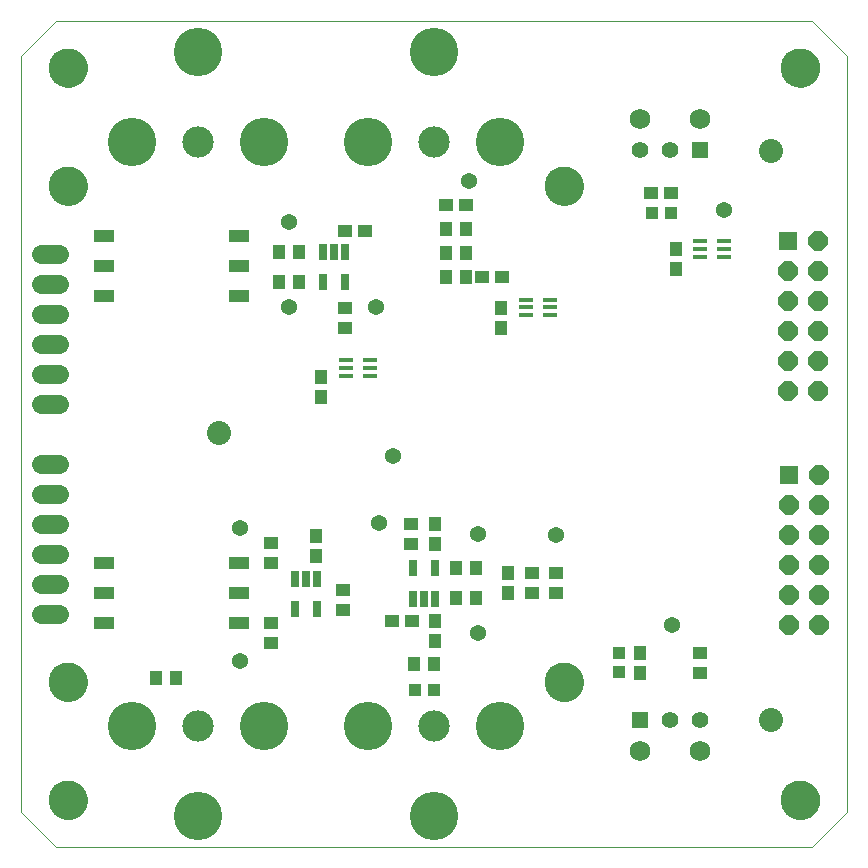
<source format=gts>
G75*
%MOIN*%
%OFA0B0*%
%FSLAX25Y25*%
%IPPOS*%
%LPD*%
%AMOC8*
5,1,8,0,0,1.08239X$1,22.5*
%
%ADD10R,0.04337X0.04731*%
%ADD11R,0.04731X0.04337*%
%ADD12R,0.03943X0.03943*%
%ADD13OC8,0.06400*%
%ADD14R,0.06400X0.06400*%
%ADD15C,0.00000*%
%ADD16C,0.12998*%
%ADD17C,0.06400*%
%ADD18C,0.05550*%
%ADD19R,0.05550X0.05550*%
%ADD20C,0.06896*%
%ADD21C,0.10439*%
%ADD22C,0.16148*%
%ADD23R,0.06699X0.04337*%
%ADD24C,0.05400*%
%ADD25R,0.05000X0.01800*%
%ADD26R,0.02600X0.05400*%
%ADD27C,0.08000*%
D10*
X0061454Y0074200D03*
X0068146Y0074200D03*
X0114800Y0114854D03*
X0114800Y0121546D03*
X0154300Y0118854D03*
X0154300Y0125546D03*
X0161454Y0110700D03*
X0168146Y0110700D03*
X0168146Y0100700D03*
X0161454Y0100700D03*
X0154300Y0093046D03*
X0154300Y0086354D03*
X0154146Y0078700D03*
X0147454Y0078700D03*
X0178800Y0102354D03*
X0178800Y0109046D03*
X0222800Y0082546D03*
X0222800Y0075854D03*
X0116300Y0167854D03*
X0116300Y0174546D03*
X0109146Y0206200D03*
X0102454Y0206200D03*
X0102454Y0216300D03*
X0109146Y0216300D03*
X0157954Y0215700D03*
X0164646Y0215700D03*
X0164646Y0223700D03*
X0157954Y0223700D03*
X0157954Y0207700D03*
X0164646Y0207700D03*
X0176300Y0197546D03*
X0176300Y0190854D03*
X0234800Y0210354D03*
X0234800Y0217046D03*
D11*
X0233146Y0235700D03*
X0226454Y0235700D03*
X0176646Y0207700D03*
X0169954Y0207700D03*
X0164646Y0231700D03*
X0157954Y0231700D03*
X0131146Y0223200D03*
X0124454Y0223200D03*
X0124500Y0197546D03*
X0124500Y0190854D03*
X0146300Y0125546D03*
X0146300Y0118854D03*
X0123800Y0103546D03*
X0123800Y0096854D03*
X0139954Y0093200D03*
X0146646Y0093200D03*
X0186800Y0102354D03*
X0194800Y0102354D03*
X0194800Y0109046D03*
X0186800Y0109046D03*
X0242800Y0082546D03*
X0242800Y0075854D03*
X0099800Y0085854D03*
X0099800Y0092546D03*
X0099800Y0112354D03*
X0099800Y0119046D03*
D12*
X0147650Y0070200D03*
X0153950Y0070200D03*
X0215800Y0076050D03*
X0215800Y0082350D03*
X0226650Y0229200D03*
X0232950Y0229200D03*
D13*
X0272100Y0209865D03*
X0272100Y0199865D03*
X0272100Y0189865D03*
X0282100Y0189865D03*
X0282100Y0199865D03*
X0282100Y0209865D03*
X0282100Y0219865D03*
X0282100Y0179865D03*
X0282100Y0169865D03*
X0272100Y0169865D03*
X0272100Y0179865D03*
X0282500Y0141700D03*
X0282500Y0131700D03*
X0282500Y0121700D03*
X0272500Y0121700D03*
X0272500Y0131700D03*
X0272500Y0111700D03*
X0272500Y0101700D03*
X0272500Y0091700D03*
X0282500Y0091700D03*
X0282500Y0101700D03*
X0282500Y0111700D03*
D14*
X0272500Y0141700D03*
X0272100Y0219865D03*
D15*
X0028111Y0017700D02*
X0016300Y0029511D01*
X0016300Y0281480D01*
X0028111Y0293291D01*
X0280080Y0293291D01*
X0291891Y0281480D01*
X0291891Y0029511D01*
X0280080Y0017700D01*
X0028111Y0017700D01*
X0025749Y0033448D02*
X0025751Y0033606D01*
X0025757Y0033764D01*
X0025767Y0033922D01*
X0025781Y0034080D01*
X0025799Y0034237D01*
X0025820Y0034394D01*
X0025846Y0034550D01*
X0025876Y0034706D01*
X0025909Y0034861D01*
X0025947Y0035014D01*
X0025988Y0035167D01*
X0026033Y0035319D01*
X0026082Y0035470D01*
X0026135Y0035619D01*
X0026191Y0035767D01*
X0026251Y0035913D01*
X0026315Y0036058D01*
X0026383Y0036201D01*
X0026454Y0036343D01*
X0026528Y0036483D01*
X0026606Y0036620D01*
X0026688Y0036756D01*
X0026772Y0036890D01*
X0026861Y0037021D01*
X0026952Y0037150D01*
X0027047Y0037277D01*
X0027144Y0037402D01*
X0027245Y0037524D01*
X0027349Y0037643D01*
X0027456Y0037760D01*
X0027566Y0037874D01*
X0027679Y0037985D01*
X0027794Y0038094D01*
X0027912Y0038199D01*
X0028033Y0038301D01*
X0028156Y0038401D01*
X0028282Y0038497D01*
X0028410Y0038590D01*
X0028540Y0038680D01*
X0028673Y0038766D01*
X0028808Y0038850D01*
X0028944Y0038929D01*
X0029083Y0039006D01*
X0029224Y0039078D01*
X0029366Y0039148D01*
X0029510Y0039213D01*
X0029656Y0039275D01*
X0029803Y0039333D01*
X0029952Y0039388D01*
X0030102Y0039439D01*
X0030253Y0039486D01*
X0030405Y0039529D01*
X0030558Y0039568D01*
X0030713Y0039604D01*
X0030868Y0039635D01*
X0031024Y0039663D01*
X0031180Y0039687D01*
X0031337Y0039707D01*
X0031495Y0039723D01*
X0031652Y0039735D01*
X0031811Y0039743D01*
X0031969Y0039747D01*
X0032127Y0039747D01*
X0032285Y0039743D01*
X0032444Y0039735D01*
X0032601Y0039723D01*
X0032759Y0039707D01*
X0032916Y0039687D01*
X0033072Y0039663D01*
X0033228Y0039635D01*
X0033383Y0039604D01*
X0033538Y0039568D01*
X0033691Y0039529D01*
X0033843Y0039486D01*
X0033994Y0039439D01*
X0034144Y0039388D01*
X0034293Y0039333D01*
X0034440Y0039275D01*
X0034586Y0039213D01*
X0034730Y0039148D01*
X0034872Y0039078D01*
X0035013Y0039006D01*
X0035152Y0038929D01*
X0035288Y0038850D01*
X0035423Y0038766D01*
X0035556Y0038680D01*
X0035686Y0038590D01*
X0035814Y0038497D01*
X0035940Y0038401D01*
X0036063Y0038301D01*
X0036184Y0038199D01*
X0036302Y0038094D01*
X0036417Y0037985D01*
X0036530Y0037874D01*
X0036640Y0037760D01*
X0036747Y0037643D01*
X0036851Y0037524D01*
X0036952Y0037402D01*
X0037049Y0037277D01*
X0037144Y0037150D01*
X0037235Y0037021D01*
X0037324Y0036890D01*
X0037408Y0036756D01*
X0037490Y0036620D01*
X0037568Y0036483D01*
X0037642Y0036343D01*
X0037713Y0036201D01*
X0037781Y0036058D01*
X0037845Y0035913D01*
X0037905Y0035767D01*
X0037961Y0035619D01*
X0038014Y0035470D01*
X0038063Y0035319D01*
X0038108Y0035167D01*
X0038149Y0035014D01*
X0038187Y0034861D01*
X0038220Y0034706D01*
X0038250Y0034550D01*
X0038276Y0034394D01*
X0038297Y0034237D01*
X0038315Y0034080D01*
X0038329Y0033922D01*
X0038339Y0033764D01*
X0038345Y0033606D01*
X0038347Y0033448D01*
X0038345Y0033290D01*
X0038339Y0033132D01*
X0038329Y0032974D01*
X0038315Y0032816D01*
X0038297Y0032659D01*
X0038276Y0032502D01*
X0038250Y0032346D01*
X0038220Y0032190D01*
X0038187Y0032035D01*
X0038149Y0031882D01*
X0038108Y0031729D01*
X0038063Y0031577D01*
X0038014Y0031426D01*
X0037961Y0031277D01*
X0037905Y0031129D01*
X0037845Y0030983D01*
X0037781Y0030838D01*
X0037713Y0030695D01*
X0037642Y0030553D01*
X0037568Y0030413D01*
X0037490Y0030276D01*
X0037408Y0030140D01*
X0037324Y0030006D01*
X0037235Y0029875D01*
X0037144Y0029746D01*
X0037049Y0029619D01*
X0036952Y0029494D01*
X0036851Y0029372D01*
X0036747Y0029253D01*
X0036640Y0029136D01*
X0036530Y0029022D01*
X0036417Y0028911D01*
X0036302Y0028802D01*
X0036184Y0028697D01*
X0036063Y0028595D01*
X0035940Y0028495D01*
X0035814Y0028399D01*
X0035686Y0028306D01*
X0035556Y0028216D01*
X0035423Y0028130D01*
X0035288Y0028046D01*
X0035152Y0027967D01*
X0035013Y0027890D01*
X0034872Y0027818D01*
X0034730Y0027748D01*
X0034586Y0027683D01*
X0034440Y0027621D01*
X0034293Y0027563D01*
X0034144Y0027508D01*
X0033994Y0027457D01*
X0033843Y0027410D01*
X0033691Y0027367D01*
X0033538Y0027328D01*
X0033383Y0027292D01*
X0033228Y0027261D01*
X0033072Y0027233D01*
X0032916Y0027209D01*
X0032759Y0027189D01*
X0032601Y0027173D01*
X0032444Y0027161D01*
X0032285Y0027153D01*
X0032127Y0027149D01*
X0031969Y0027149D01*
X0031811Y0027153D01*
X0031652Y0027161D01*
X0031495Y0027173D01*
X0031337Y0027189D01*
X0031180Y0027209D01*
X0031024Y0027233D01*
X0030868Y0027261D01*
X0030713Y0027292D01*
X0030558Y0027328D01*
X0030405Y0027367D01*
X0030253Y0027410D01*
X0030102Y0027457D01*
X0029952Y0027508D01*
X0029803Y0027563D01*
X0029656Y0027621D01*
X0029510Y0027683D01*
X0029366Y0027748D01*
X0029224Y0027818D01*
X0029083Y0027890D01*
X0028944Y0027967D01*
X0028808Y0028046D01*
X0028673Y0028130D01*
X0028540Y0028216D01*
X0028410Y0028306D01*
X0028282Y0028399D01*
X0028156Y0028495D01*
X0028033Y0028595D01*
X0027912Y0028697D01*
X0027794Y0028802D01*
X0027679Y0028911D01*
X0027566Y0029022D01*
X0027456Y0029136D01*
X0027349Y0029253D01*
X0027245Y0029372D01*
X0027144Y0029494D01*
X0027047Y0029619D01*
X0026952Y0029746D01*
X0026861Y0029875D01*
X0026772Y0030006D01*
X0026688Y0030140D01*
X0026606Y0030276D01*
X0026528Y0030413D01*
X0026454Y0030553D01*
X0026383Y0030695D01*
X0026315Y0030838D01*
X0026251Y0030983D01*
X0026191Y0031129D01*
X0026135Y0031277D01*
X0026082Y0031426D01*
X0026033Y0031577D01*
X0025988Y0031729D01*
X0025947Y0031882D01*
X0025909Y0032035D01*
X0025876Y0032190D01*
X0025846Y0032346D01*
X0025820Y0032502D01*
X0025799Y0032659D01*
X0025781Y0032816D01*
X0025767Y0032974D01*
X0025757Y0033132D01*
X0025751Y0033290D01*
X0025749Y0033448D01*
X0025749Y0072818D02*
X0025751Y0072976D01*
X0025757Y0073134D01*
X0025767Y0073292D01*
X0025781Y0073450D01*
X0025799Y0073607D01*
X0025820Y0073764D01*
X0025846Y0073920D01*
X0025876Y0074076D01*
X0025909Y0074231D01*
X0025947Y0074384D01*
X0025988Y0074537D01*
X0026033Y0074689D01*
X0026082Y0074840D01*
X0026135Y0074989D01*
X0026191Y0075137D01*
X0026251Y0075283D01*
X0026315Y0075428D01*
X0026383Y0075571D01*
X0026454Y0075713D01*
X0026528Y0075853D01*
X0026606Y0075990D01*
X0026688Y0076126D01*
X0026772Y0076260D01*
X0026861Y0076391D01*
X0026952Y0076520D01*
X0027047Y0076647D01*
X0027144Y0076772D01*
X0027245Y0076894D01*
X0027349Y0077013D01*
X0027456Y0077130D01*
X0027566Y0077244D01*
X0027679Y0077355D01*
X0027794Y0077464D01*
X0027912Y0077569D01*
X0028033Y0077671D01*
X0028156Y0077771D01*
X0028282Y0077867D01*
X0028410Y0077960D01*
X0028540Y0078050D01*
X0028673Y0078136D01*
X0028808Y0078220D01*
X0028944Y0078299D01*
X0029083Y0078376D01*
X0029224Y0078448D01*
X0029366Y0078518D01*
X0029510Y0078583D01*
X0029656Y0078645D01*
X0029803Y0078703D01*
X0029952Y0078758D01*
X0030102Y0078809D01*
X0030253Y0078856D01*
X0030405Y0078899D01*
X0030558Y0078938D01*
X0030713Y0078974D01*
X0030868Y0079005D01*
X0031024Y0079033D01*
X0031180Y0079057D01*
X0031337Y0079077D01*
X0031495Y0079093D01*
X0031652Y0079105D01*
X0031811Y0079113D01*
X0031969Y0079117D01*
X0032127Y0079117D01*
X0032285Y0079113D01*
X0032444Y0079105D01*
X0032601Y0079093D01*
X0032759Y0079077D01*
X0032916Y0079057D01*
X0033072Y0079033D01*
X0033228Y0079005D01*
X0033383Y0078974D01*
X0033538Y0078938D01*
X0033691Y0078899D01*
X0033843Y0078856D01*
X0033994Y0078809D01*
X0034144Y0078758D01*
X0034293Y0078703D01*
X0034440Y0078645D01*
X0034586Y0078583D01*
X0034730Y0078518D01*
X0034872Y0078448D01*
X0035013Y0078376D01*
X0035152Y0078299D01*
X0035288Y0078220D01*
X0035423Y0078136D01*
X0035556Y0078050D01*
X0035686Y0077960D01*
X0035814Y0077867D01*
X0035940Y0077771D01*
X0036063Y0077671D01*
X0036184Y0077569D01*
X0036302Y0077464D01*
X0036417Y0077355D01*
X0036530Y0077244D01*
X0036640Y0077130D01*
X0036747Y0077013D01*
X0036851Y0076894D01*
X0036952Y0076772D01*
X0037049Y0076647D01*
X0037144Y0076520D01*
X0037235Y0076391D01*
X0037324Y0076260D01*
X0037408Y0076126D01*
X0037490Y0075990D01*
X0037568Y0075853D01*
X0037642Y0075713D01*
X0037713Y0075571D01*
X0037781Y0075428D01*
X0037845Y0075283D01*
X0037905Y0075137D01*
X0037961Y0074989D01*
X0038014Y0074840D01*
X0038063Y0074689D01*
X0038108Y0074537D01*
X0038149Y0074384D01*
X0038187Y0074231D01*
X0038220Y0074076D01*
X0038250Y0073920D01*
X0038276Y0073764D01*
X0038297Y0073607D01*
X0038315Y0073450D01*
X0038329Y0073292D01*
X0038339Y0073134D01*
X0038345Y0072976D01*
X0038347Y0072818D01*
X0038345Y0072660D01*
X0038339Y0072502D01*
X0038329Y0072344D01*
X0038315Y0072186D01*
X0038297Y0072029D01*
X0038276Y0071872D01*
X0038250Y0071716D01*
X0038220Y0071560D01*
X0038187Y0071405D01*
X0038149Y0071252D01*
X0038108Y0071099D01*
X0038063Y0070947D01*
X0038014Y0070796D01*
X0037961Y0070647D01*
X0037905Y0070499D01*
X0037845Y0070353D01*
X0037781Y0070208D01*
X0037713Y0070065D01*
X0037642Y0069923D01*
X0037568Y0069783D01*
X0037490Y0069646D01*
X0037408Y0069510D01*
X0037324Y0069376D01*
X0037235Y0069245D01*
X0037144Y0069116D01*
X0037049Y0068989D01*
X0036952Y0068864D01*
X0036851Y0068742D01*
X0036747Y0068623D01*
X0036640Y0068506D01*
X0036530Y0068392D01*
X0036417Y0068281D01*
X0036302Y0068172D01*
X0036184Y0068067D01*
X0036063Y0067965D01*
X0035940Y0067865D01*
X0035814Y0067769D01*
X0035686Y0067676D01*
X0035556Y0067586D01*
X0035423Y0067500D01*
X0035288Y0067416D01*
X0035152Y0067337D01*
X0035013Y0067260D01*
X0034872Y0067188D01*
X0034730Y0067118D01*
X0034586Y0067053D01*
X0034440Y0066991D01*
X0034293Y0066933D01*
X0034144Y0066878D01*
X0033994Y0066827D01*
X0033843Y0066780D01*
X0033691Y0066737D01*
X0033538Y0066698D01*
X0033383Y0066662D01*
X0033228Y0066631D01*
X0033072Y0066603D01*
X0032916Y0066579D01*
X0032759Y0066559D01*
X0032601Y0066543D01*
X0032444Y0066531D01*
X0032285Y0066523D01*
X0032127Y0066519D01*
X0031969Y0066519D01*
X0031811Y0066523D01*
X0031652Y0066531D01*
X0031495Y0066543D01*
X0031337Y0066559D01*
X0031180Y0066579D01*
X0031024Y0066603D01*
X0030868Y0066631D01*
X0030713Y0066662D01*
X0030558Y0066698D01*
X0030405Y0066737D01*
X0030253Y0066780D01*
X0030102Y0066827D01*
X0029952Y0066878D01*
X0029803Y0066933D01*
X0029656Y0066991D01*
X0029510Y0067053D01*
X0029366Y0067118D01*
X0029224Y0067188D01*
X0029083Y0067260D01*
X0028944Y0067337D01*
X0028808Y0067416D01*
X0028673Y0067500D01*
X0028540Y0067586D01*
X0028410Y0067676D01*
X0028282Y0067769D01*
X0028156Y0067865D01*
X0028033Y0067965D01*
X0027912Y0068067D01*
X0027794Y0068172D01*
X0027679Y0068281D01*
X0027566Y0068392D01*
X0027456Y0068506D01*
X0027349Y0068623D01*
X0027245Y0068742D01*
X0027144Y0068864D01*
X0027047Y0068989D01*
X0026952Y0069116D01*
X0026861Y0069245D01*
X0026772Y0069376D01*
X0026688Y0069510D01*
X0026606Y0069646D01*
X0026528Y0069783D01*
X0026454Y0069923D01*
X0026383Y0070065D01*
X0026315Y0070208D01*
X0026251Y0070353D01*
X0026191Y0070499D01*
X0026135Y0070647D01*
X0026082Y0070796D01*
X0026033Y0070947D01*
X0025988Y0071099D01*
X0025947Y0071252D01*
X0025909Y0071405D01*
X0025876Y0071560D01*
X0025846Y0071716D01*
X0025820Y0071872D01*
X0025799Y0072029D01*
X0025781Y0072186D01*
X0025767Y0072344D01*
X0025757Y0072502D01*
X0025751Y0072660D01*
X0025749Y0072818D01*
X0025749Y0238172D02*
X0025751Y0238330D01*
X0025757Y0238488D01*
X0025767Y0238646D01*
X0025781Y0238804D01*
X0025799Y0238961D01*
X0025820Y0239118D01*
X0025846Y0239274D01*
X0025876Y0239430D01*
X0025909Y0239585D01*
X0025947Y0239738D01*
X0025988Y0239891D01*
X0026033Y0240043D01*
X0026082Y0240194D01*
X0026135Y0240343D01*
X0026191Y0240491D01*
X0026251Y0240637D01*
X0026315Y0240782D01*
X0026383Y0240925D01*
X0026454Y0241067D01*
X0026528Y0241207D01*
X0026606Y0241344D01*
X0026688Y0241480D01*
X0026772Y0241614D01*
X0026861Y0241745D01*
X0026952Y0241874D01*
X0027047Y0242001D01*
X0027144Y0242126D01*
X0027245Y0242248D01*
X0027349Y0242367D01*
X0027456Y0242484D01*
X0027566Y0242598D01*
X0027679Y0242709D01*
X0027794Y0242818D01*
X0027912Y0242923D01*
X0028033Y0243025D01*
X0028156Y0243125D01*
X0028282Y0243221D01*
X0028410Y0243314D01*
X0028540Y0243404D01*
X0028673Y0243490D01*
X0028808Y0243574D01*
X0028944Y0243653D01*
X0029083Y0243730D01*
X0029224Y0243802D01*
X0029366Y0243872D01*
X0029510Y0243937D01*
X0029656Y0243999D01*
X0029803Y0244057D01*
X0029952Y0244112D01*
X0030102Y0244163D01*
X0030253Y0244210D01*
X0030405Y0244253D01*
X0030558Y0244292D01*
X0030713Y0244328D01*
X0030868Y0244359D01*
X0031024Y0244387D01*
X0031180Y0244411D01*
X0031337Y0244431D01*
X0031495Y0244447D01*
X0031652Y0244459D01*
X0031811Y0244467D01*
X0031969Y0244471D01*
X0032127Y0244471D01*
X0032285Y0244467D01*
X0032444Y0244459D01*
X0032601Y0244447D01*
X0032759Y0244431D01*
X0032916Y0244411D01*
X0033072Y0244387D01*
X0033228Y0244359D01*
X0033383Y0244328D01*
X0033538Y0244292D01*
X0033691Y0244253D01*
X0033843Y0244210D01*
X0033994Y0244163D01*
X0034144Y0244112D01*
X0034293Y0244057D01*
X0034440Y0243999D01*
X0034586Y0243937D01*
X0034730Y0243872D01*
X0034872Y0243802D01*
X0035013Y0243730D01*
X0035152Y0243653D01*
X0035288Y0243574D01*
X0035423Y0243490D01*
X0035556Y0243404D01*
X0035686Y0243314D01*
X0035814Y0243221D01*
X0035940Y0243125D01*
X0036063Y0243025D01*
X0036184Y0242923D01*
X0036302Y0242818D01*
X0036417Y0242709D01*
X0036530Y0242598D01*
X0036640Y0242484D01*
X0036747Y0242367D01*
X0036851Y0242248D01*
X0036952Y0242126D01*
X0037049Y0242001D01*
X0037144Y0241874D01*
X0037235Y0241745D01*
X0037324Y0241614D01*
X0037408Y0241480D01*
X0037490Y0241344D01*
X0037568Y0241207D01*
X0037642Y0241067D01*
X0037713Y0240925D01*
X0037781Y0240782D01*
X0037845Y0240637D01*
X0037905Y0240491D01*
X0037961Y0240343D01*
X0038014Y0240194D01*
X0038063Y0240043D01*
X0038108Y0239891D01*
X0038149Y0239738D01*
X0038187Y0239585D01*
X0038220Y0239430D01*
X0038250Y0239274D01*
X0038276Y0239118D01*
X0038297Y0238961D01*
X0038315Y0238804D01*
X0038329Y0238646D01*
X0038339Y0238488D01*
X0038345Y0238330D01*
X0038347Y0238172D01*
X0038345Y0238014D01*
X0038339Y0237856D01*
X0038329Y0237698D01*
X0038315Y0237540D01*
X0038297Y0237383D01*
X0038276Y0237226D01*
X0038250Y0237070D01*
X0038220Y0236914D01*
X0038187Y0236759D01*
X0038149Y0236606D01*
X0038108Y0236453D01*
X0038063Y0236301D01*
X0038014Y0236150D01*
X0037961Y0236001D01*
X0037905Y0235853D01*
X0037845Y0235707D01*
X0037781Y0235562D01*
X0037713Y0235419D01*
X0037642Y0235277D01*
X0037568Y0235137D01*
X0037490Y0235000D01*
X0037408Y0234864D01*
X0037324Y0234730D01*
X0037235Y0234599D01*
X0037144Y0234470D01*
X0037049Y0234343D01*
X0036952Y0234218D01*
X0036851Y0234096D01*
X0036747Y0233977D01*
X0036640Y0233860D01*
X0036530Y0233746D01*
X0036417Y0233635D01*
X0036302Y0233526D01*
X0036184Y0233421D01*
X0036063Y0233319D01*
X0035940Y0233219D01*
X0035814Y0233123D01*
X0035686Y0233030D01*
X0035556Y0232940D01*
X0035423Y0232854D01*
X0035288Y0232770D01*
X0035152Y0232691D01*
X0035013Y0232614D01*
X0034872Y0232542D01*
X0034730Y0232472D01*
X0034586Y0232407D01*
X0034440Y0232345D01*
X0034293Y0232287D01*
X0034144Y0232232D01*
X0033994Y0232181D01*
X0033843Y0232134D01*
X0033691Y0232091D01*
X0033538Y0232052D01*
X0033383Y0232016D01*
X0033228Y0231985D01*
X0033072Y0231957D01*
X0032916Y0231933D01*
X0032759Y0231913D01*
X0032601Y0231897D01*
X0032444Y0231885D01*
X0032285Y0231877D01*
X0032127Y0231873D01*
X0031969Y0231873D01*
X0031811Y0231877D01*
X0031652Y0231885D01*
X0031495Y0231897D01*
X0031337Y0231913D01*
X0031180Y0231933D01*
X0031024Y0231957D01*
X0030868Y0231985D01*
X0030713Y0232016D01*
X0030558Y0232052D01*
X0030405Y0232091D01*
X0030253Y0232134D01*
X0030102Y0232181D01*
X0029952Y0232232D01*
X0029803Y0232287D01*
X0029656Y0232345D01*
X0029510Y0232407D01*
X0029366Y0232472D01*
X0029224Y0232542D01*
X0029083Y0232614D01*
X0028944Y0232691D01*
X0028808Y0232770D01*
X0028673Y0232854D01*
X0028540Y0232940D01*
X0028410Y0233030D01*
X0028282Y0233123D01*
X0028156Y0233219D01*
X0028033Y0233319D01*
X0027912Y0233421D01*
X0027794Y0233526D01*
X0027679Y0233635D01*
X0027566Y0233746D01*
X0027456Y0233860D01*
X0027349Y0233977D01*
X0027245Y0234096D01*
X0027144Y0234218D01*
X0027047Y0234343D01*
X0026952Y0234470D01*
X0026861Y0234599D01*
X0026772Y0234730D01*
X0026688Y0234864D01*
X0026606Y0235000D01*
X0026528Y0235137D01*
X0026454Y0235277D01*
X0026383Y0235419D01*
X0026315Y0235562D01*
X0026251Y0235707D01*
X0026191Y0235853D01*
X0026135Y0236001D01*
X0026082Y0236150D01*
X0026033Y0236301D01*
X0025988Y0236453D01*
X0025947Y0236606D01*
X0025909Y0236759D01*
X0025876Y0236914D01*
X0025846Y0237070D01*
X0025820Y0237226D01*
X0025799Y0237383D01*
X0025781Y0237540D01*
X0025767Y0237698D01*
X0025757Y0237856D01*
X0025751Y0238014D01*
X0025749Y0238172D01*
X0025749Y0277543D02*
X0025751Y0277701D01*
X0025757Y0277859D01*
X0025767Y0278017D01*
X0025781Y0278175D01*
X0025799Y0278332D01*
X0025820Y0278489D01*
X0025846Y0278645D01*
X0025876Y0278801D01*
X0025909Y0278956D01*
X0025947Y0279109D01*
X0025988Y0279262D01*
X0026033Y0279414D01*
X0026082Y0279565D01*
X0026135Y0279714D01*
X0026191Y0279862D01*
X0026251Y0280008D01*
X0026315Y0280153D01*
X0026383Y0280296D01*
X0026454Y0280438D01*
X0026528Y0280578D01*
X0026606Y0280715D01*
X0026688Y0280851D01*
X0026772Y0280985D01*
X0026861Y0281116D01*
X0026952Y0281245D01*
X0027047Y0281372D01*
X0027144Y0281497D01*
X0027245Y0281619D01*
X0027349Y0281738D01*
X0027456Y0281855D01*
X0027566Y0281969D01*
X0027679Y0282080D01*
X0027794Y0282189D01*
X0027912Y0282294D01*
X0028033Y0282396D01*
X0028156Y0282496D01*
X0028282Y0282592D01*
X0028410Y0282685D01*
X0028540Y0282775D01*
X0028673Y0282861D01*
X0028808Y0282945D01*
X0028944Y0283024D01*
X0029083Y0283101D01*
X0029224Y0283173D01*
X0029366Y0283243D01*
X0029510Y0283308D01*
X0029656Y0283370D01*
X0029803Y0283428D01*
X0029952Y0283483D01*
X0030102Y0283534D01*
X0030253Y0283581D01*
X0030405Y0283624D01*
X0030558Y0283663D01*
X0030713Y0283699D01*
X0030868Y0283730D01*
X0031024Y0283758D01*
X0031180Y0283782D01*
X0031337Y0283802D01*
X0031495Y0283818D01*
X0031652Y0283830D01*
X0031811Y0283838D01*
X0031969Y0283842D01*
X0032127Y0283842D01*
X0032285Y0283838D01*
X0032444Y0283830D01*
X0032601Y0283818D01*
X0032759Y0283802D01*
X0032916Y0283782D01*
X0033072Y0283758D01*
X0033228Y0283730D01*
X0033383Y0283699D01*
X0033538Y0283663D01*
X0033691Y0283624D01*
X0033843Y0283581D01*
X0033994Y0283534D01*
X0034144Y0283483D01*
X0034293Y0283428D01*
X0034440Y0283370D01*
X0034586Y0283308D01*
X0034730Y0283243D01*
X0034872Y0283173D01*
X0035013Y0283101D01*
X0035152Y0283024D01*
X0035288Y0282945D01*
X0035423Y0282861D01*
X0035556Y0282775D01*
X0035686Y0282685D01*
X0035814Y0282592D01*
X0035940Y0282496D01*
X0036063Y0282396D01*
X0036184Y0282294D01*
X0036302Y0282189D01*
X0036417Y0282080D01*
X0036530Y0281969D01*
X0036640Y0281855D01*
X0036747Y0281738D01*
X0036851Y0281619D01*
X0036952Y0281497D01*
X0037049Y0281372D01*
X0037144Y0281245D01*
X0037235Y0281116D01*
X0037324Y0280985D01*
X0037408Y0280851D01*
X0037490Y0280715D01*
X0037568Y0280578D01*
X0037642Y0280438D01*
X0037713Y0280296D01*
X0037781Y0280153D01*
X0037845Y0280008D01*
X0037905Y0279862D01*
X0037961Y0279714D01*
X0038014Y0279565D01*
X0038063Y0279414D01*
X0038108Y0279262D01*
X0038149Y0279109D01*
X0038187Y0278956D01*
X0038220Y0278801D01*
X0038250Y0278645D01*
X0038276Y0278489D01*
X0038297Y0278332D01*
X0038315Y0278175D01*
X0038329Y0278017D01*
X0038339Y0277859D01*
X0038345Y0277701D01*
X0038347Y0277543D01*
X0038345Y0277385D01*
X0038339Y0277227D01*
X0038329Y0277069D01*
X0038315Y0276911D01*
X0038297Y0276754D01*
X0038276Y0276597D01*
X0038250Y0276441D01*
X0038220Y0276285D01*
X0038187Y0276130D01*
X0038149Y0275977D01*
X0038108Y0275824D01*
X0038063Y0275672D01*
X0038014Y0275521D01*
X0037961Y0275372D01*
X0037905Y0275224D01*
X0037845Y0275078D01*
X0037781Y0274933D01*
X0037713Y0274790D01*
X0037642Y0274648D01*
X0037568Y0274508D01*
X0037490Y0274371D01*
X0037408Y0274235D01*
X0037324Y0274101D01*
X0037235Y0273970D01*
X0037144Y0273841D01*
X0037049Y0273714D01*
X0036952Y0273589D01*
X0036851Y0273467D01*
X0036747Y0273348D01*
X0036640Y0273231D01*
X0036530Y0273117D01*
X0036417Y0273006D01*
X0036302Y0272897D01*
X0036184Y0272792D01*
X0036063Y0272690D01*
X0035940Y0272590D01*
X0035814Y0272494D01*
X0035686Y0272401D01*
X0035556Y0272311D01*
X0035423Y0272225D01*
X0035288Y0272141D01*
X0035152Y0272062D01*
X0035013Y0271985D01*
X0034872Y0271913D01*
X0034730Y0271843D01*
X0034586Y0271778D01*
X0034440Y0271716D01*
X0034293Y0271658D01*
X0034144Y0271603D01*
X0033994Y0271552D01*
X0033843Y0271505D01*
X0033691Y0271462D01*
X0033538Y0271423D01*
X0033383Y0271387D01*
X0033228Y0271356D01*
X0033072Y0271328D01*
X0032916Y0271304D01*
X0032759Y0271284D01*
X0032601Y0271268D01*
X0032444Y0271256D01*
X0032285Y0271248D01*
X0032127Y0271244D01*
X0031969Y0271244D01*
X0031811Y0271248D01*
X0031652Y0271256D01*
X0031495Y0271268D01*
X0031337Y0271284D01*
X0031180Y0271304D01*
X0031024Y0271328D01*
X0030868Y0271356D01*
X0030713Y0271387D01*
X0030558Y0271423D01*
X0030405Y0271462D01*
X0030253Y0271505D01*
X0030102Y0271552D01*
X0029952Y0271603D01*
X0029803Y0271658D01*
X0029656Y0271716D01*
X0029510Y0271778D01*
X0029366Y0271843D01*
X0029224Y0271913D01*
X0029083Y0271985D01*
X0028944Y0272062D01*
X0028808Y0272141D01*
X0028673Y0272225D01*
X0028540Y0272311D01*
X0028410Y0272401D01*
X0028282Y0272494D01*
X0028156Y0272590D01*
X0028033Y0272690D01*
X0027912Y0272792D01*
X0027794Y0272897D01*
X0027679Y0273006D01*
X0027566Y0273117D01*
X0027456Y0273231D01*
X0027349Y0273348D01*
X0027245Y0273467D01*
X0027144Y0273589D01*
X0027047Y0273714D01*
X0026952Y0273841D01*
X0026861Y0273970D01*
X0026772Y0274101D01*
X0026688Y0274235D01*
X0026606Y0274371D01*
X0026528Y0274508D01*
X0026454Y0274648D01*
X0026383Y0274790D01*
X0026315Y0274933D01*
X0026251Y0275078D01*
X0026191Y0275224D01*
X0026135Y0275372D01*
X0026082Y0275521D01*
X0026033Y0275672D01*
X0025988Y0275824D01*
X0025947Y0275977D01*
X0025909Y0276130D01*
X0025876Y0276285D01*
X0025846Y0276441D01*
X0025820Y0276597D01*
X0025799Y0276754D01*
X0025781Y0276911D01*
X0025767Y0277069D01*
X0025757Y0277227D01*
X0025751Y0277385D01*
X0025749Y0277543D01*
X0191103Y0238172D02*
X0191105Y0238330D01*
X0191111Y0238488D01*
X0191121Y0238646D01*
X0191135Y0238804D01*
X0191153Y0238961D01*
X0191174Y0239118D01*
X0191200Y0239274D01*
X0191230Y0239430D01*
X0191263Y0239585D01*
X0191301Y0239738D01*
X0191342Y0239891D01*
X0191387Y0240043D01*
X0191436Y0240194D01*
X0191489Y0240343D01*
X0191545Y0240491D01*
X0191605Y0240637D01*
X0191669Y0240782D01*
X0191737Y0240925D01*
X0191808Y0241067D01*
X0191882Y0241207D01*
X0191960Y0241344D01*
X0192042Y0241480D01*
X0192126Y0241614D01*
X0192215Y0241745D01*
X0192306Y0241874D01*
X0192401Y0242001D01*
X0192498Y0242126D01*
X0192599Y0242248D01*
X0192703Y0242367D01*
X0192810Y0242484D01*
X0192920Y0242598D01*
X0193033Y0242709D01*
X0193148Y0242818D01*
X0193266Y0242923D01*
X0193387Y0243025D01*
X0193510Y0243125D01*
X0193636Y0243221D01*
X0193764Y0243314D01*
X0193894Y0243404D01*
X0194027Y0243490D01*
X0194162Y0243574D01*
X0194298Y0243653D01*
X0194437Y0243730D01*
X0194578Y0243802D01*
X0194720Y0243872D01*
X0194864Y0243937D01*
X0195010Y0243999D01*
X0195157Y0244057D01*
X0195306Y0244112D01*
X0195456Y0244163D01*
X0195607Y0244210D01*
X0195759Y0244253D01*
X0195912Y0244292D01*
X0196067Y0244328D01*
X0196222Y0244359D01*
X0196378Y0244387D01*
X0196534Y0244411D01*
X0196691Y0244431D01*
X0196849Y0244447D01*
X0197006Y0244459D01*
X0197165Y0244467D01*
X0197323Y0244471D01*
X0197481Y0244471D01*
X0197639Y0244467D01*
X0197798Y0244459D01*
X0197955Y0244447D01*
X0198113Y0244431D01*
X0198270Y0244411D01*
X0198426Y0244387D01*
X0198582Y0244359D01*
X0198737Y0244328D01*
X0198892Y0244292D01*
X0199045Y0244253D01*
X0199197Y0244210D01*
X0199348Y0244163D01*
X0199498Y0244112D01*
X0199647Y0244057D01*
X0199794Y0243999D01*
X0199940Y0243937D01*
X0200084Y0243872D01*
X0200226Y0243802D01*
X0200367Y0243730D01*
X0200506Y0243653D01*
X0200642Y0243574D01*
X0200777Y0243490D01*
X0200910Y0243404D01*
X0201040Y0243314D01*
X0201168Y0243221D01*
X0201294Y0243125D01*
X0201417Y0243025D01*
X0201538Y0242923D01*
X0201656Y0242818D01*
X0201771Y0242709D01*
X0201884Y0242598D01*
X0201994Y0242484D01*
X0202101Y0242367D01*
X0202205Y0242248D01*
X0202306Y0242126D01*
X0202403Y0242001D01*
X0202498Y0241874D01*
X0202589Y0241745D01*
X0202678Y0241614D01*
X0202762Y0241480D01*
X0202844Y0241344D01*
X0202922Y0241207D01*
X0202996Y0241067D01*
X0203067Y0240925D01*
X0203135Y0240782D01*
X0203199Y0240637D01*
X0203259Y0240491D01*
X0203315Y0240343D01*
X0203368Y0240194D01*
X0203417Y0240043D01*
X0203462Y0239891D01*
X0203503Y0239738D01*
X0203541Y0239585D01*
X0203574Y0239430D01*
X0203604Y0239274D01*
X0203630Y0239118D01*
X0203651Y0238961D01*
X0203669Y0238804D01*
X0203683Y0238646D01*
X0203693Y0238488D01*
X0203699Y0238330D01*
X0203701Y0238172D01*
X0203699Y0238014D01*
X0203693Y0237856D01*
X0203683Y0237698D01*
X0203669Y0237540D01*
X0203651Y0237383D01*
X0203630Y0237226D01*
X0203604Y0237070D01*
X0203574Y0236914D01*
X0203541Y0236759D01*
X0203503Y0236606D01*
X0203462Y0236453D01*
X0203417Y0236301D01*
X0203368Y0236150D01*
X0203315Y0236001D01*
X0203259Y0235853D01*
X0203199Y0235707D01*
X0203135Y0235562D01*
X0203067Y0235419D01*
X0202996Y0235277D01*
X0202922Y0235137D01*
X0202844Y0235000D01*
X0202762Y0234864D01*
X0202678Y0234730D01*
X0202589Y0234599D01*
X0202498Y0234470D01*
X0202403Y0234343D01*
X0202306Y0234218D01*
X0202205Y0234096D01*
X0202101Y0233977D01*
X0201994Y0233860D01*
X0201884Y0233746D01*
X0201771Y0233635D01*
X0201656Y0233526D01*
X0201538Y0233421D01*
X0201417Y0233319D01*
X0201294Y0233219D01*
X0201168Y0233123D01*
X0201040Y0233030D01*
X0200910Y0232940D01*
X0200777Y0232854D01*
X0200642Y0232770D01*
X0200506Y0232691D01*
X0200367Y0232614D01*
X0200226Y0232542D01*
X0200084Y0232472D01*
X0199940Y0232407D01*
X0199794Y0232345D01*
X0199647Y0232287D01*
X0199498Y0232232D01*
X0199348Y0232181D01*
X0199197Y0232134D01*
X0199045Y0232091D01*
X0198892Y0232052D01*
X0198737Y0232016D01*
X0198582Y0231985D01*
X0198426Y0231957D01*
X0198270Y0231933D01*
X0198113Y0231913D01*
X0197955Y0231897D01*
X0197798Y0231885D01*
X0197639Y0231877D01*
X0197481Y0231873D01*
X0197323Y0231873D01*
X0197165Y0231877D01*
X0197006Y0231885D01*
X0196849Y0231897D01*
X0196691Y0231913D01*
X0196534Y0231933D01*
X0196378Y0231957D01*
X0196222Y0231985D01*
X0196067Y0232016D01*
X0195912Y0232052D01*
X0195759Y0232091D01*
X0195607Y0232134D01*
X0195456Y0232181D01*
X0195306Y0232232D01*
X0195157Y0232287D01*
X0195010Y0232345D01*
X0194864Y0232407D01*
X0194720Y0232472D01*
X0194578Y0232542D01*
X0194437Y0232614D01*
X0194298Y0232691D01*
X0194162Y0232770D01*
X0194027Y0232854D01*
X0193894Y0232940D01*
X0193764Y0233030D01*
X0193636Y0233123D01*
X0193510Y0233219D01*
X0193387Y0233319D01*
X0193266Y0233421D01*
X0193148Y0233526D01*
X0193033Y0233635D01*
X0192920Y0233746D01*
X0192810Y0233860D01*
X0192703Y0233977D01*
X0192599Y0234096D01*
X0192498Y0234218D01*
X0192401Y0234343D01*
X0192306Y0234470D01*
X0192215Y0234599D01*
X0192126Y0234730D01*
X0192042Y0234864D01*
X0191960Y0235000D01*
X0191882Y0235137D01*
X0191808Y0235277D01*
X0191737Y0235419D01*
X0191669Y0235562D01*
X0191605Y0235707D01*
X0191545Y0235853D01*
X0191489Y0236001D01*
X0191436Y0236150D01*
X0191387Y0236301D01*
X0191342Y0236453D01*
X0191301Y0236606D01*
X0191263Y0236759D01*
X0191230Y0236914D01*
X0191200Y0237070D01*
X0191174Y0237226D01*
X0191153Y0237383D01*
X0191135Y0237540D01*
X0191121Y0237698D01*
X0191111Y0237856D01*
X0191105Y0238014D01*
X0191103Y0238172D01*
X0269844Y0277543D02*
X0269846Y0277701D01*
X0269852Y0277859D01*
X0269862Y0278017D01*
X0269876Y0278175D01*
X0269894Y0278332D01*
X0269915Y0278489D01*
X0269941Y0278645D01*
X0269971Y0278801D01*
X0270004Y0278956D01*
X0270042Y0279109D01*
X0270083Y0279262D01*
X0270128Y0279414D01*
X0270177Y0279565D01*
X0270230Y0279714D01*
X0270286Y0279862D01*
X0270346Y0280008D01*
X0270410Y0280153D01*
X0270478Y0280296D01*
X0270549Y0280438D01*
X0270623Y0280578D01*
X0270701Y0280715D01*
X0270783Y0280851D01*
X0270867Y0280985D01*
X0270956Y0281116D01*
X0271047Y0281245D01*
X0271142Y0281372D01*
X0271239Y0281497D01*
X0271340Y0281619D01*
X0271444Y0281738D01*
X0271551Y0281855D01*
X0271661Y0281969D01*
X0271774Y0282080D01*
X0271889Y0282189D01*
X0272007Y0282294D01*
X0272128Y0282396D01*
X0272251Y0282496D01*
X0272377Y0282592D01*
X0272505Y0282685D01*
X0272635Y0282775D01*
X0272768Y0282861D01*
X0272903Y0282945D01*
X0273039Y0283024D01*
X0273178Y0283101D01*
X0273319Y0283173D01*
X0273461Y0283243D01*
X0273605Y0283308D01*
X0273751Y0283370D01*
X0273898Y0283428D01*
X0274047Y0283483D01*
X0274197Y0283534D01*
X0274348Y0283581D01*
X0274500Y0283624D01*
X0274653Y0283663D01*
X0274808Y0283699D01*
X0274963Y0283730D01*
X0275119Y0283758D01*
X0275275Y0283782D01*
X0275432Y0283802D01*
X0275590Y0283818D01*
X0275747Y0283830D01*
X0275906Y0283838D01*
X0276064Y0283842D01*
X0276222Y0283842D01*
X0276380Y0283838D01*
X0276539Y0283830D01*
X0276696Y0283818D01*
X0276854Y0283802D01*
X0277011Y0283782D01*
X0277167Y0283758D01*
X0277323Y0283730D01*
X0277478Y0283699D01*
X0277633Y0283663D01*
X0277786Y0283624D01*
X0277938Y0283581D01*
X0278089Y0283534D01*
X0278239Y0283483D01*
X0278388Y0283428D01*
X0278535Y0283370D01*
X0278681Y0283308D01*
X0278825Y0283243D01*
X0278967Y0283173D01*
X0279108Y0283101D01*
X0279247Y0283024D01*
X0279383Y0282945D01*
X0279518Y0282861D01*
X0279651Y0282775D01*
X0279781Y0282685D01*
X0279909Y0282592D01*
X0280035Y0282496D01*
X0280158Y0282396D01*
X0280279Y0282294D01*
X0280397Y0282189D01*
X0280512Y0282080D01*
X0280625Y0281969D01*
X0280735Y0281855D01*
X0280842Y0281738D01*
X0280946Y0281619D01*
X0281047Y0281497D01*
X0281144Y0281372D01*
X0281239Y0281245D01*
X0281330Y0281116D01*
X0281419Y0280985D01*
X0281503Y0280851D01*
X0281585Y0280715D01*
X0281663Y0280578D01*
X0281737Y0280438D01*
X0281808Y0280296D01*
X0281876Y0280153D01*
X0281940Y0280008D01*
X0282000Y0279862D01*
X0282056Y0279714D01*
X0282109Y0279565D01*
X0282158Y0279414D01*
X0282203Y0279262D01*
X0282244Y0279109D01*
X0282282Y0278956D01*
X0282315Y0278801D01*
X0282345Y0278645D01*
X0282371Y0278489D01*
X0282392Y0278332D01*
X0282410Y0278175D01*
X0282424Y0278017D01*
X0282434Y0277859D01*
X0282440Y0277701D01*
X0282442Y0277543D01*
X0282440Y0277385D01*
X0282434Y0277227D01*
X0282424Y0277069D01*
X0282410Y0276911D01*
X0282392Y0276754D01*
X0282371Y0276597D01*
X0282345Y0276441D01*
X0282315Y0276285D01*
X0282282Y0276130D01*
X0282244Y0275977D01*
X0282203Y0275824D01*
X0282158Y0275672D01*
X0282109Y0275521D01*
X0282056Y0275372D01*
X0282000Y0275224D01*
X0281940Y0275078D01*
X0281876Y0274933D01*
X0281808Y0274790D01*
X0281737Y0274648D01*
X0281663Y0274508D01*
X0281585Y0274371D01*
X0281503Y0274235D01*
X0281419Y0274101D01*
X0281330Y0273970D01*
X0281239Y0273841D01*
X0281144Y0273714D01*
X0281047Y0273589D01*
X0280946Y0273467D01*
X0280842Y0273348D01*
X0280735Y0273231D01*
X0280625Y0273117D01*
X0280512Y0273006D01*
X0280397Y0272897D01*
X0280279Y0272792D01*
X0280158Y0272690D01*
X0280035Y0272590D01*
X0279909Y0272494D01*
X0279781Y0272401D01*
X0279651Y0272311D01*
X0279518Y0272225D01*
X0279383Y0272141D01*
X0279247Y0272062D01*
X0279108Y0271985D01*
X0278967Y0271913D01*
X0278825Y0271843D01*
X0278681Y0271778D01*
X0278535Y0271716D01*
X0278388Y0271658D01*
X0278239Y0271603D01*
X0278089Y0271552D01*
X0277938Y0271505D01*
X0277786Y0271462D01*
X0277633Y0271423D01*
X0277478Y0271387D01*
X0277323Y0271356D01*
X0277167Y0271328D01*
X0277011Y0271304D01*
X0276854Y0271284D01*
X0276696Y0271268D01*
X0276539Y0271256D01*
X0276380Y0271248D01*
X0276222Y0271244D01*
X0276064Y0271244D01*
X0275906Y0271248D01*
X0275747Y0271256D01*
X0275590Y0271268D01*
X0275432Y0271284D01*
X0275275Y0271304D01*
X0275119Y0271328D01*
X0274963Y0271356D01*
X0274808Y0271387D01*
X0274653Y0271423D01*
X0274500Y0271462D01*
X0274348Y0271505D01*
X0274197Y0271552D01*
X0274047Y0271603D01*
X0273898Y0271658D01*
X0273751Y0271716D01*
X0273605Y0271778D01*
X0273461Y0271843D01*
X0273319Y0271913D01*
X0273178Y0271985D01*
X0273039Y0272062D01*
X0272903Y0272141D01*
X0272768Y0272225D01*
X0272635Y0272311D01*
X0272505Y0272401D01*
X0272377Y0272494D01*
X0272251Y0272590D01*
X0272128Y0272690D01*
X0272007Y0272792D01*
X0271889Y0272897D01*
X0271774Y0273006D01*
X0271661Y0273117D01*
X0271551Y0273231D01*
X0271444Y0273348D01*
X0271340Y0273467D01*
X0271239Y0273589D01*
X0271142Y0273714D01*
X0271047Y0273841D01*
X0270956Y0273970D01*
X0270867Y0274101D01*
X0270783Y0274235D01*
X0270701Y0274371D01*
X0270623Y0274508D01*
X0270549Y0274648D01*
X0270478Y0274790D01*
X0270410Y0274933D01*
X0270346Y0275078D01*
X0270286Y0275224D01*
X0270230Y0275372D01*
X0270177Y0275521D01*
X0270128Y0275672D01*
X0270083Y0275824D01*
X0270042Y0275977D01*
X0270004Y0276130D01*
X0269971Y0276285D01*
X0269941Y0276441D01*
X0269915Y0276597D01*
X0269894Y0276754D01*
X0269876Y0276911D01*
X0269862Y0277069D01*
X0269852Y0277227D01*
X0269846Y0277385D01*
X0269844Y0277543D01*
X0191103Y0072818D02*
X0191105Y0072976D01*
X0191111Y0073134D01*
X0191121Y0073292D01*
X0191135Y0073450D01*
X0191153Y0073607D01*
X0191174Y0073764D01*
X0191200Y0073920D01*
X0191230Y0074076D01*
X0191263Y0074231D01*
X0191301Y0074384D01*
X0191342Y0074537D01*
X0191387Y0074689D01*
X0191436Y0074840D01*
X0191489Y0074989D01*
X0191545Y0075137D01*
X0191605Y0075283D01*
X0191669Y0075428D01*
X0191737Y0075571D01*
X0191808Y0075713D01*
X0191882Y0075853D01*
X0191960Y0075990D01*
X0192042Y0076126D01*
X0192126Y0076260D01*
X0192215Y0076391D01*
X0192306Y0076520D01*
X0192401Y0076647D01*
X0192498Y0076772D01*
X0192599Y0076894D01*
X0192703Y0077013D01*
X0192810Y0077130D01*
X0192920Y0077244D01*
X0193033Y0077355D01*
X0193148Y0077464D01*
X0193266Y0077569D01*
X0193387Y0077671D01*
X0193510Y0077771D01*
X0193636Y0077867D01*
X0193764Y0077960D01*
X0193894Y0078050D01*
X0194027Y0078136D01*
X0194162Y0078220D01*
X0194298Y0078299D01*
X0194437Y0078376D01*
X0194578Y0078448D01*
X0194720Y0078518D01*
X0194864Y0078583D01*
X0195010Y0078645D01*
X0195157Y0078703D01*
X0195306Y0078758D01*
X0195456Y0078809D01*
X0195607Y0078856D01*
X0195759Y0078899D01*
X0195912Y0078938D01*
X0196067Y0078974D01*
X0196222Y0079005D01*
X0196378Y0079033D01*
X0196534Y0079057D01*
X0196691Y0079077D01*
X0196849Y0079093D01*
X0197006Y0079105D01*
X0197165Y0079113D01*
X0197323Y0079117D01*
X0197481Y0079117D01*
X0197639Y0079113D01*
X0197798Y0079105D01*
X0197955Y0079093D01*
X0198113Y0079077D01*
X0198270Y0079057D01*
X0198426Y0079033D01*
X0198582Y0079005D01*
X0198737Y0078974D01*
X0198892Y0078938D01*
X0199045Y0078899D01*
X0199197Y0078856D01*
X0199348Y0078809D01*
X0199498Y0078758D01*
X0199647Y0078703D01*
X0199794Y0078645D01*
X0199940Y0078583D01*
X0200084Y0078518D01*
X0200226Y0078448D01*
X0200367Y0078376D01*
X0200506Y0078299D01*
X0200642Y0078220D01*
X0200777Y0078136D01*
X0200910Y0078050D01*
X0201040Y0077960D01*
X0201168Y0077867D01*
X0201294Y0077771D01*
X0201417Y0077671D01*
X0201538Y0077569D01*
X0201656Y0077464D01*
X0201771Y0077355D01*
X0201884Y0077244D01*
X0201994Y0077130D01*
X0202101Y0077013D01*
X0202205Y0076894D01*
X0202306Y0076772D01*
X0202403Y0076647D01*
X0202498Y0076520D01*
X0202589Y0076391D01*
X0202678Y0076260D01*
X0202762Y0076126D01*
X0202844Y0075990D01*
X0202922Y0075853D01*
X0202996Y0075713D01*
X0203067Y0075571D01*
X0203135Y0075428D01*
X0203199Y0075283D01*
X0203259Y0075137D01*
X0203315Y0074989D01*
X0203368Y0074840D01*
X0203417Y0074689D01*
X0203462Y0074537D01*
X0203503Y0074384D01*
X0203541Y0074231D01*
X0203574Y0074076D01*
X0203604Y0073920D01*
X0203630Y0073764D01*
X0203651Y0073607D01*
X0203669Y0073450D01*
X0203683Y0073292D01*
X0203693Y0073134D01*
X0203699Y0072976D01*
X0203701Y0072818D01*
X0203699Y0072660D01*
X0203693Y0072502D01*
X0203683Y0072344D01*
X0203669Y0072186D01*
X0203651Y0072029D01*
X0203630Y0071872D01*
X0203604Y0071716D01*
X0203574Y0071560D01*
X0203541Y0071405D01*
X0203503Y0071252D01*
X0203462Y0071099D01*
X0203417Y0070947D01*
X0203368Y0070796D01*
X0203315Y0070647D01*
X0203259Y0070499D01*
X0203199Y0070353D01*
X0203135Y0070208D01*
X0203067Y0070065D01*
X0202996Y0069923D01*
X0202922Y0069783D01*
X0202844Y0069646D01*
X0202762Y0069510D01*
X0202678Y0069376D01*
X0202589Y0069245D01*
X0202498Y0069116D01*
X0202403Y0068989D01*
X0202306Y0068864D01*
X0202205Y0068742D01*
X0202101Y0068623D01*
X0201994Y0068506D01*
X0201884Y0068392D01*
X0201771Y0068281D01*
X0201656Y0068172D01*
X0201538Y0068067D01*
X0201417Y0067965D01*
X0201294Y0067865D01*
X0201168Y0067769D01*
X0201040Y0067676D01*
X0200910Y0067586D01*
X0200777Y0067500D01*
X0200642Y0067416D01*
X0200506Y0067337D01*
X0200367Y0067260D01*
X0200226Y0067188D01*
X0200084Y0067118D01*
X0199940Y0067053D01*
X0199794Y0066991D01*
X0199647Y0066933D01*
X0199498Y0066878D01*
X0199348Y0066827D01*
X0199197Y0066780D01*
X0199045Y0066737D01*
X0198892Y0066698D01*
X0198737Y0066662D01*
X0198582Y0066631D01*
X0198426Y0066603D01*
X0198270Y0066579D01*
X0198113Y0066559D01*
X0197955Y0066543D01*
X0197798Y0066531D01*
X0197639Y0066523D01*
X0197481Y0066519D01*
X0197323Y0066519D01*
X0197165Y0066523D01*
X0197006Y0066531D01*
X0196849Y0066543D01*
X0196691Y0066559D01*
X0196534Y0066579D01*
X0196378Y0066603D01*
X0196222Y0066631D01*
X0196067Y0066662D01*
X0195912Y0066698D01*
X0195759Y0066737D01*
X0195607Y0066780D01*
X0195456Y0066827D01*
X0195306Y0066878D01*
X0195157Y0066933D01*
X0195010Y0066991D01*
X0194864Y0067053D01*
X0194720Y0067118D01*
X0194578Y0067188D01*
X0194437Y0067260D01*
X0194298Y0067337D01*
X0194162Y0067416D01*
X0194027Y0067500D01*
X0193894Y0067586D01*
X0193764Y0067676D01*
X0193636Y0067769D01*
X0193510Y0067865D01*
X0193387Y0067965D01*
X0193266Y0068067D01*
X0193148Y0068172D01*
X0193033Y0068281D01*
X0192920Y0068392D01*
X0192810Y0068506D01*
X0192703Y0068623D01*
X0192599Y0068742D01*
X0192498Y0068864D01*
X0192401Y0068989D01*
X0192306Y0069116D01*
X0192215Y0069245D01*
X0192126Y0069376D01*
X0192042Y0069510D01*
X0191960Y0069646D01*
X0191882Y0069783D01*
X0191808Y0069923D01*
X0191737Y0070065D01*
X0191669Y0070208D01*
X0191605Y0070353D01*
X0191545Y0070499D01*
X0191489Y0070647D01*
X0191436Y0070796D01*
X0191387Y0070947D01*
X0191342Y0071099D01*
X0191301Y0071252D01*
X0191263Y0071405D01*
X0191230Y0071560D01*
X0191200Y0071716D01*
X0191174Y0071872D01*
X0191153Y0072029D01*
X0191135Y0072186D01*
X0191121Y0072344D01*
X0191111Y0072502D01*
X0191105Y0072660D01*
X0191103Y0072818D01*
X0269844Y0033448D02*
X0269846Y0033606D01*
X0269852Y0033764D01*
X0269862Y0033922D01*
X0269876Y0034080D01*
X0269894Y0034237D01*
X0269915Y0034394D01*
X0269941Y0034550D01*
X0269971Y0034706D01*
X0270004Y0034861D01*
X0270042Y0035014D01*
X0270083Y0035167D01*
X0270128Y0035319D01*
X0270177Y0035470D01*
X0270230Y0035619D01*
X0270286Y0035767D01*
X0270346Y0035913D01*
X0270410Y0036058D01*
X0270478Y0036201D01*
X0270549Y0036343D01*
X0270623Y0036483D01*
X0270701Y0036620D01*
X0270783Y0036756D01*
X0270867Y0036890D01*
X0270956Y0037021D01*
X0271047Y0037150D01*
X0271142Y0037277D01*
X0271239Y0037402D01*
X0271340Y0037524D01*
X0271444Y0037643D01*
X0271551Y0037760D01*
X0271661Y0037874D01*
X0271774Y0037985D01*
X0271889Y0038094D01*
X0272007Y0038199D01*
X0272128Y0038301D01*
X0272251Y0038401D01*
X0272377Y0038497D01*
X0272505Y0038590D01*
X0272635Y0038680D01*
X0272768Y0038766D01*
X0272903Y0038850D01*
X0273039Y0038929D01*
X0273178Y0039006D01*
X0273319Y0039078D01*
X0273461Y0039148D01*
X0273605Y0039213D01*
X0273751Y0039275D01*
X0273898Y0039333D01*
X0274047Y0039388D01*
X0274197Y0039439D01*
X0274348Y0039486D01*
X0274500Y0039529D01*
X0274653Y0039568D01*
X0274808Y0039604D01*
X0274963Y0039635D01*
X0275119Y0039663D01*
X0275275Y0039687D01*
X0275432Y0039707D01*
X0275590Y0039723D01*
X0275747Y0039735D01*
X0275906Y0039743D01*
X0276064Y0039747D01*
X0276222Y0039747D01*
X0276380Y0039743D01*
X0276539Y0039735D01*
X0276696Y0039723D01*
X0276854Y0039707D01*
X0277011Y0039687D01*
X0277167Y0039663D01*
X0277323Y0039635D01*
X0277478Y0039604D01*
X0277633Y0039568D01*
X0277786Y0039529D01*
X0277938Y0039486D01*
X0278089Y0039439D01*
X0278239Y0039388D01*
X0278388Y0039333D01*
X0278535Y0039275D01*
X0278681Y0039213D01*
X0278825Y0039148D01*
X0278967Y0039078D01*
X0279108Y0039006D01*
X0279247Y0038929D01*
X0279383Y0038850D01*
X0279518Y0038766D01*
X0279651Y0038680D01*
X0279781Y0038590D01*
X0279909Y0038497D01*
X0280035Y0038401D01*
X0280158Y0038301D01*
X0280279Y0038199D01*
X0280397Y0038094D01*
X0280512Y0037985D01*
X0280625Y0037874D01*
X0280735Y0037760D01*
X0280842Y0037643D01*
X0280946Y0037524D01*
X0281047Y0037402D01*
X0281144Y0037277D01*
X0281239Y0037150D01*
X0281330Y0037021D01*
X0281419Y0036890D01*
X0281503Y0036756D01*
X0281585Y0036620D01*
X0281663Y0036483D01*
X0281737Y0036343D01*
X0281808Y0036201D01*
X0281876Y0036058D01*
X0281940Y0035913D01*
X0282000Y0035767D01*
X0282056Y0035619D01*
X0282109Y0035470D01*
X0282158Y0035319D01*
X0282203Y0035167D01*
X0282244Y0035014D01*
X0282282Y0034861D01*
X0282315Y0034706D01*
X0282345Y0034550D01*
X0282371Y0034394D01*
X0282392Y0034237D01*
X0282410Y0034080D01*
X0282424Y0033922D01*
X0282434Y0033764D01*
X0282440Y0033606D01*
X0282442Y0033448D01*
X0282440Y0033290D01*
X0282434Y0033132D01*
X0282424Y0032974D01*
X0282410Y0032816D01*
X0282392Y0032659D01*
X0282371Y0032502D01*
X0282345Y0032346D01*
X0282315Y0032190D01*
X0282282Y0032035D01*
X0282244Y0031882D01*
X0282203Y0031729D01*
X0282158Y0031577D01*
X0282109Y0031426D01*
X0282056Y0031277D01*
X0282000Y0031129D01*
X0281940Y0030983D01*
X0281876Y0030838D01*
X0281808Y0030695D01*
X0281737Y0030553D01*
X0281663Y0030413D01*
X0281585Y0030276D01*
X0281503Y0030140D01*
X0281419Y0030006D01*
X0281330Y0029875D01*
X0281239Y0029746D01*
X0281144Y0029619D01*
X0281047Y0029494D01*
X0280946Y0029372D01*
X0280842Y0029253D01*
X0280735Y0029136D01*
X0280625Y0029022D01*
X0280512Y0028911D01*
X0280397Y0028802D01*
X0280279Y0028697D01*
X0280158Y0028595D01*
X0280035Y0028495D01*
X0279909Y0028399D01*
X0279781Y0028306D01*
X0279651Y0028216D01*
X0279518Y0028130D01*
X0279383Y0028046D01*
X0279247Y0027967D01*
X0279108Y0027890D01*
X0278967Y0027818D01*
X0278825Y0027748D01*
X0278681Y0027683D01*
X0278535Y0027621D01*
X0278388Y0027563D01*
X0278239Y0027508D01*
X0278089Y0027457D01*
X0277938Y0027410D01*
X0277786Y0027367D01*
X0277633Y0027328D01*
X0277478Y0027292D01*
X0277323Y0027261D01*
X0277167Y0027233D01*
X0277011Y0027209D01*
X0276854Y0027189D01*
X0276696Y0027173D01*
X0276539Y0027161D01*
X0276380Y0027153D01*
X0276222Y0027149D01*
X0276064Y0027149D01*
X0275906Y0027153D01*
X0275747Y0027161D01*
X0275590Y0027173D01*
X0275432Y0027189D01*
X0275275Y0027209D01*
X0275119Y0027233D01*
X0274963Y0027261D01*
X0274808Y0027292D01*
X0274653Y0027328D01*
X0274500Y0027367D01*
X0274348Y0027410D01*
X0274197Y0027457D01*
X0274047Y0027508D01*
X0273898Y0027563D01*
X0273751Y0027621D01*
X0273605Y0027683D01*
X0273461Y0027748D01*
X0273319Y0027818D01*
X0273178Y0027890D01*
X0273039Y0027967D01*
X0272903Y0028046D01*
X0272768Y0028130D01*
X0272635Y0028216D01*
X0272505Y0028306D01*
X0272377Y0028399D01*
X0272251Y0028495D01*
X0272128Y0028595D01*
X0272007Y0028697D01*
X0271889Y0028802D01*
X0271774Y0028911D01*
X0271661Y0029022D01*
X0271551Y0029136D01*
X0271444Y0029253D01*
X0271340Y0029372D01*
X0271239Y0029494D01*
X0271142Y0029619D01*
X0271047Y0029746D01*
X0270956Y0029875D01*
X0270867Y0030006D01*
X0270783Y0030140D01*
X0270701Y0030276D01*
X0270623Y0030413D01*
X0270549Y0030553D01*
X0270478Y0030695D01*
X0270410Y0030838D01*
X0270346Y0030983D01*
X0270286Y0031129D01*
X0270230Y0031277D01*
X0270177Y0031426D01*
X0270128Y0031577D01*
X0270083Y0031729D01*
X0270042Y0031882D01*
X0270004Y0032035D01*
X0269971Y0032190D01*
X0269941Y0032346D01*
X0269915Y0032502D01*
X0269894Y0032659D01*
X0269876Y0032816D01*
X0269862Y0032974D01*
X0269852Y0033132D01*
X0269846Y0033290D01*
X0269844Y0033448D01*
D16*
X0276143Y0033448D03*
X0197402Y0072818D03*
X0032048Y0072818D03*
X0032048Y0033448D03*
X0032048Y0238172D03*
X0032048Y0277543D03*
X0197402Y0238172D03*
X0276143Y0277543D03*
D17*
X0029143Y0215495D02*
X0023143Y0215495D01*
X0023143Y0205495D02*
X0029143Y0205495D01*
X0029143Y0195495D02*
X0023143Y0195495D01*
X0023143Y0185495D02*
X0029143Y0185495D01*
X0029143Y0175495D02*
X0023143Y0175495D01*
X0023143Y0165495D02*
X0029143Y0165495D01*
X0029143Y0145495D02*
X0023143Y0145495D01*
X0023143Y0135495D02*
X0029143Y0135495D01*
X0029143Y0125495D02*
X0023143Y0125495D01*
X0023143Y0115495D02*
X0029143Y0115495D01*
X0029143Y0105495D02*
X0023143Y0105495D01*
X0023143Y0095495D02*
X0029143Y0095495D01*
D18*
X0222835Y0250200D03*
X0232835Y0250200D03*
X0232835Y0060200D03*
X0242835Y0060200D03*
D19*
X0222835Y0060200D03*
X0242835Y0250200D03*
D20*
X0242835Y0260554D03*
X0222835Y0260554D03*
X0222835Y0049885D03*
X0242835Y0049885D03*
D21*
X0154095Y0058300D03*
X0075355Y0058300D03*
X0075355Y0252700D03*
X0154095Y0252700D03*
D22*
X0176095Y0252700D03*
X0154095Y0282700D03*
X0132095Y0252700D03*
X0097355Y0252700D03*
X0075355Y0282700D03*
X0053355Y0252700D03*
X0053355Y0058300D03*
X0075355Y0028300D03*
X0097355Y0058300D03*
X0132095Y0058300D03*
X0154095Y0028300D03*
X0176095Y0058300D03*
D23*
X0089238Y0092400D03*
X0089238Y0102400D03*
X0089238Y0112400D03*
X0043962Y0112400D03*
X0043962Y0102400D03*
X0043962Y0092400D03*
X0043957Y0201495D03*
X0043957Y0211495D03*
X0043957Y0221495D03*
X0089233Y0221495D03*
X0089233Y0211495D03*
X0089233Y0201495D03*
D24*
X0105800Y0197700D03*
X0105800Y0226200D03*
X0134800Y0197700D03*
X0165800Y0239700D03*
X0250800Y0230200D03*
X0140300Y0148200D03*
X0135800Y0125700D03*
X0168800Y0122200D03*
X0194800Y0121700D03*
X0168800Y0089200D03*
X0233300Y0091700D03*
X0089300Y0079700D03*
X0089300Y0124200D03*
D25*
X0124600Y0174900D03*
X0124600Y0177500D03*
X0124600Y0180100D03*
X0132800Y0180100D03*
X0132800Y0177500D03*
X0132800Y0174900D03*
X0184700Y0195100D03*
X0184700Y0197700D03*
X0184700Y0200300D03*
X0192900Y0200300D03*
X0192900Y0197700D03*
X0192900Y0195100D03*
X0242700Y0214600D03*
X0242700Y0217200D03*
X0242700Y0219800D03*
X0250900Y0219800D03*
X0250900Y0217200D03*
X0250900Y0214600D03*
D26*
X0154500Y0110800D03*
X0147100Y0110800D03*
X0147100Y0100600D03*
X0150800Y0100600D03*
X0154500Y0100600D03*
X0115000Y0097100D03*
X0107600Y0097100D03*
X0107600Y0107300D03*
X0111300Y0107300D03*
X0115000Y0107300D03*
X0117100Y0206100D03*
X0124500Y0206100D03*
X0124500Y0216300D03*
X0120800Y0216300D03*
X0117100Y0216300D03*
D27*
X0082300Y0155700D03*
X0266300Y0249700D03*
X0266300Y0060200D03*
M02*

</source>
